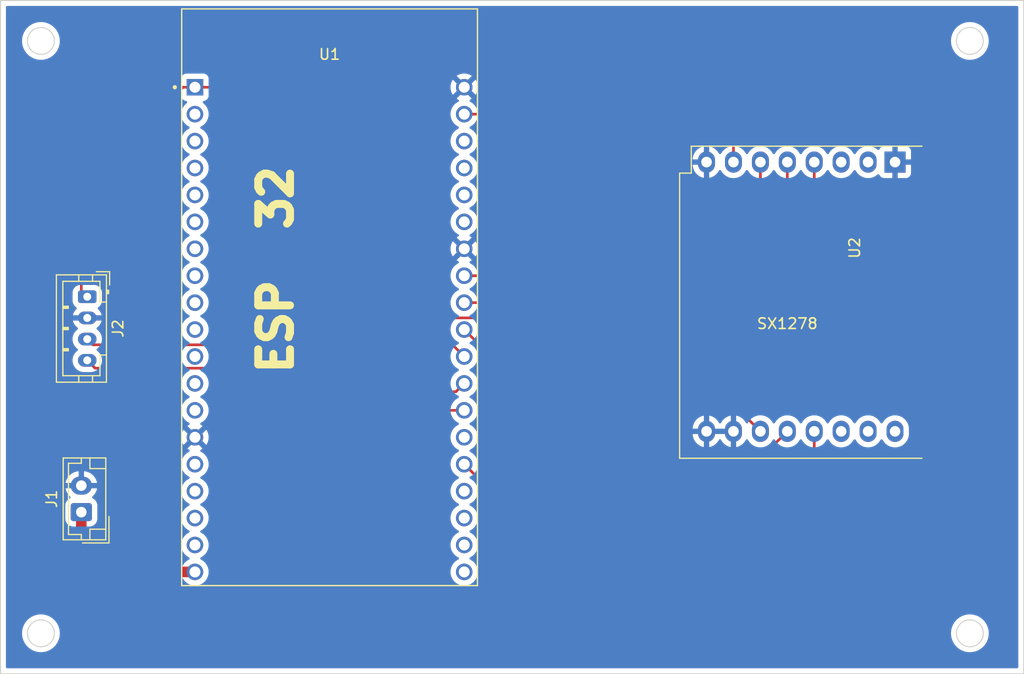
<source format=kicad_pcb>
(kicad_pcb (version 20211014) (generator pcbnew)
  (layers (0 "F.Cu" signal) (31 "B.Cu" signal) (34 "B.Paste" user) (35 "F.Paste" user) (36 "B.SilkS" user "B.Silkscreen") (37 "F.SilkS" user "F.Silkscreen") (38 "B.Mask" user) (39 "F.Mask" user) (44 "Edge.Cuts" user))
  (net 0 "")
  (net 1 "Net-(J2-Pad1)")
  (net 2 "GND")
  (net 3 "Net-(J2-Pad3)")
  (net 4 "Net-(J2-Pad4)")
  (net 35 "Net-(J1-Pad1)")
  (net 36 "Net-(U1-PadJ3-2)")
  (net 37 "Net-(U1-PadJ3-8)")
  (net 38 "Net-(U1-PadJ3-9)")
  (net 39 "Net-(U1-PadJ3-10)")
  (net 40 "Net-(U1-PadJ3-13)")
  (net 41 "Net-(U1-PadJ3-15)")
  (footprint "Connector_JST:JST_EH_B2B-EH-A_1x02_P2.50mm_Vertical" (layer "F.Cu") (at 78.74 81.28 90)
    (fp_text reference "J1" (at 1.25 -2.8 90) (layer "F.SilkS"))
    (fp_text value "Conn_01x02_Female")
    (fp_line (start 4.61 -1.21) (end 4.61 0) (layer "F.SilkS") (width 0.12))
    (fp_line (start 4.11 0.81) (end 4.11 2.31) (layer "F.SilkS") (width 0.12))
    (fp_line (start 5.11 0.81) (end 4.11 0.81) (layer "F.SilkS") (width 0.12))
    (fp_line (start -2.91 0.11) (end -2.91 2.61) (layer "F.SilkS") (width 0.12))
    (fp_line (start -2.61 2.31) (end 5.11 2.31) (layer "F.SilkS") (width 0.12))
    (fp_line (start 4.61 0) (end 5.11 0) (layer "F.SilkS") (width 0.12))
    (fp_line (start -2.91 2.61) (end -0.41 2.61) (layer "F.SilkS") (width 0.12))
    (fp_line (start -2.11 -1.21) (end 4.61 -1.21) (layer "F.SilkS") (width 0.12))
    (fp_line (start -2.11 0) (end -2.11 -1.21) (layer "F.SilkS") (width 0.12))
    (fp_line (start 5.11 -1.71) (end -2.61 -1.71) (layer "F.SilkS") (width 0.12))
    (fp_line (start -2.61 0.81) (end -1.61 0.81) (layer "F.SilkS") (width 0.12))
    (fp_line (start -2.61 -1.71) (end -2.61 2.31) (layer "F.SilkS") (width 0.12))
    (fp_line (start -2.61 0) (end -2.11 0) (layer "F.SilkS") (width 0.12))
    (fp_line (start -1.61 0.81) (end -1.61 2.31) (layer "F.SilkS") (width 0.12))
    (fp_line (start 5.11 2.31) (end 5.11 -1.71) (layer "F.SilkS") (width 0.12))
    (pad "1" thru_hole roundrect (at 0 0 90) (size 1.7 2) (drill 1) (layers *.Cu *.Mask) (roundrect_rratio 0.147059) (net 35 "Net-(J1-Pad1)"))
    (pad "2" thru_hole oval (at 2.5 0 90) (size 1.7 2) (drill 1) (layers *.Cu *.Mask) (net 2 "GND"))
  )
  (footprint "Connector_JST:JST_PH_B4B-PH-K_1x04_P2.00mm_Vertical" (layer "F.Cu") (at 79.3 60.96 -90)
    (fp_text reference "J2" (at 3 -2.9 90) (layer "F.SilkS"))
    (fp_text value "Conn_01x04_Female")
    (fp_line (start 0.5 -1.81) (end 0.5 -1.2) (layer "F.SilkS") (width 0.12))
    (fp_line (start -1.45 -1.2) (end -1.45 2.3) (layer "F.SilkS") (width 0.12))
    (fp_line (start -2.36 -2.11) (end -2.36 -0.86) (layer "F.SilkS") (width 0.12))
    (fp_line (start 8.06 -1.81) (end -2.06 -1.81) (layer "F.SilkS") (width 0.12))
    (fp_line (start 8.06 0.8) (end 7.45 0.8) (layer "F.SilkS") (width 0.12))
    (fp_line (start -2.06 -0.5) (end -1.45 -0.5) (layer "F.SilkS") (width 0.12))
    (fp_line (start -2.06 0.8) (end -1.45 0.8) (layer "F.SilkS") (width 0.12))
    (fp_line (start 5.5 -1.2) (end 5.5 -1.81) (layer "F.SilkS") (width 0.12))
    (fp_line (start -0.3 -1.81) (end -0.3 -2.01) (layer "F.SilkS") (width 0.12))
    (fp_line (start 4.9 2.3) (end 4.9 1.8) (layer "F.SilkS") (width 0.12))
    (fp_line (start -2.06 2.91) (end 8.06 2.91) (layer "F.SilkS") (width 0.12))
    (fp_line (start 4.9 1.8) (end 5.1 1.8) (layer "F.SilkS") (width 0.12))
    (fp_line (start 3 2.3) (end 3 1.8) (layer "F.SilkS") (width 0.12))
    (fp_line (start 8.06 -0.5) (end 7.45 -0.5) (layer "F.SilkS") (width 0.12))
    (fp_line (start 7.45 -1.2) (end 5.5 -1.2) (layer "F.SilkS") (width 0.12))
    (fp_line (start 1.1 1.8) (end 1.1 2.3) (layer "F.SilkS") (width 0.12))
    (fp_line (start 0.9 1.8) (end 1.1 1.8) (layer "F.SilkS") (width 0.12))
    (fp_line (start 0.9 2.3) (end 0.9 1.8) (layer "F.SilkS") (width 0.12))
    (fp_line (start 5.1 1.8) (end 5.1 2.3) (layer "F.SilkS") (width 0.12))
    (fp_line (start 2.9 2.3) (end 2.9 1.8) (layer "F.SilkS") (width 0.12))
    (fp_line (start 8.06 2.91) (end 8.06 -1.81) (layer "F.SilkS") (width 0.12))
    (fp_line (start -1.45 2.3) (end 7.45 2.3) (layer "F.SilkS") (width 0.12))
    (fp_line (start 3.1 1.8) (end 3.1 2.3) (layer "F.SilkS") (width 0.12))
    (fp_line (start -2.06 -1.81) (end -2.06 2.91) (layer "F.SilkS") (width 0.12))
    (fp_line (start 7.45 2.3) (end 7.45 -1.2) (layer "F.SilkS") (width 0.12))
    (fp_line (start -0.3 -1.91) (end -0.6 -1.91) (layer "F.SilkS") (width 0.12))
    (fp_line (start -0.6 -2.01) (end -0.6 -1.81) (layer "F.SilkS") (width 0.12))
    (fp_line (start 5 2.3) (end 5 1.8) (layer "F.SilkS") (width 0.12))
    (fp_line (start 0.5 -1.2) (end -1.45 -1.2) (layer "F.SilkS") (width 0.12))
    (fp_line (start -0.3 -2.01) (end -0.6 -2.01) (layer "F.SilkS") (width 0.12))
    (fp_line (start -1.11 -2.11) (end -2.36 -2.11) (layer "F.SilkS") (width 0.12))
    (fp_line (start 2.9 1.8) (end 3.1 1.8) (layer "F.SilkS") (width 0.12))
    (fp_line (start 1 2.3) (end 1 1.8) (layer "F.SilkS") (width 0.12))
    (pad "1" thru_hole roundrect (at 0 0 270) (size 1.2 1.75) (drill 0.75) (layers *.Cu *.Mask) (roundrect_rratio 0.208333) (net 1 "Net-(J2-Pad1)"))
    (pad "2" thru_hole oval (at 2 0 270) (size 1.2 1.75) (drill 0.75) (layers *.Cu *.Mask) (net 2 "GND"))
    (pad "3" thru_hole oval (at 4 0 270) (size 1.2 1.75) (drill 0.75) (layers *.Cu *.Mask) (net 3 "Net-(J2-Pad3)"))
    (pad "4" thru_hole oval (at 6 0 270) (size 1.2 1.75) (drill 0.75) (layers *.Cu *.Mask) (net 4 "Net-(J2-Pad4)"))
  )
  (footprint "Module:SX1276 Module" (layer "F.Cu") (at 155.5 48.26 -90)
    (fp_text reference "U2" (at 8.0975 3.81 90) (layer "F.SilkS"))
    (fp_text value "SX1278")
    (fp_line (start -1.5 19.22) (end -1.5 -2.54) (layer "F.SilkS") (width 0.12))
    (fp_line (start -1.5 19.22) (end 1.04 19.22) (layer "F.SilkS") (width 0.12))
    (fp_line (start 1.04 20.32) (end 27.94 20.32) (layer "F.SilkS") (width 0.12))
    (fp_line (start 1.04 19.22) (end 1.04 20.32) (layer "F.SilkS") (width 0.12))
    (fp_line (start 27.94 20.32) (end 27.94 -2.54) (layer "F.SilkS") (width 0.12))
    (pad "2" thru_hole oval (at 25.4 15.24 270) (size 2 1.6) (drill 1) (layers *.Cu *.Mask) (net 2 "GND"))
    (pad "4" thru_hole oval (at 25.4 17.78 270) (size 2 1.6) (drill 1) (layers *.Cu *.Mask) (net 2 "GND"))
    (pad "7" thru_hole oval (at 25.4 10.16 270) (size 2 1.6) (drill 1) (layers *.Cu *.Mask) (net 39 "Net-(U1-PadJ3-10)"))
    (pad "8" thru_hole oval (at 25.4 7.62 270) (size 2 1.6) (drill 1) (layers *.Cu *.Mask) (net 41 "Net-(U1-PadJ3-15)"))
    (pad "9" thru_hole oval (at 25.4 5.08 270) (size 2 1.6) (drill 1) (layers *.Cu *.Mask))
    (pad "10" thru_hole oval (at 25.4 2.54 270) (size 2 1.6) (drill 1) (layers *.Cu *.Mask))
    (pad "11" thru_hole oval (at 25.4 0 270) (size 2 1.6) (drill 1) (layers *.Cu *.Mask))
    (pad "12" thru_hole oval (at 0 2.54 270) (size 2 1.6) (drill 1) (layers *.Cu *.Mask))
    (pad "13" thru_hole oval (at 0 5.08 270) (size 2 1.6) (drill 1) (layers *.Cu *.Mask))
    (pad "14" thru_hole oval (at 25.4 12.7 270) (size 2 1.6) (drill 1) (layers *.Cu *.Mask) (net 1 "Net-(J2-Pad1)"))
    (pad "15" thru_hole oval (at 0 17.78 270) (size 2 1.6) (drill 1) (layers *.Cu *.Mask) (net 2 "GND"))
    (pad "15" thru_hole rect (at 0 0 270) (size 2 2) (drill 1) (layers *.Cu *.Mask) (net 2 "GND"))
    (pad "16" thru_hole oval (at 0 7.62 270) (size 2 1.6) (drill 1) (layers *.Cu *.Mask) (net 38 "Net-(U1-PadJ3-9)"))
    (pad "17" thru_hole oval (at 0 10.16 270) (size 2 1.6) (drill 1) (layers *.Cu *.Mask) (net 37 "Net-(U1-PadJ3-8)"))
    (pad "18" thru_hole oval (at 0 12.7 270) (size 2 1.6) (drill 1) (layers *.Cu *.Mask) (net 36 "Net-(U1-PadJ3-2)"))
    (pad "19" thru_hole oval (at 0 15.24 270) (size 2 1.6) (drill 1) (layers *.Cu *.Mask) (net 40 "Net-(U1-PadJ3-13)"))
  )
  (footprint "ESP32-DEVKITC-32D:MODULE_ESP32-DEVKITC-32D" (layer "F.Cu") (at 102.16 60.96)
    (fp_text reference "U1" (at 0 -22.86) (layer "F.SilkS") (effects (font (size 1.000386 1.000386))))
    (fp_text value "ESP32-DEVKITC-32D")
    (fp_line (start 13.95 27.25) (end -13.95 27.25) (layer "F.SilkS") (width 0.127))
    (fp_line (start 13.95 -27.15) (end 13.95 27.25) (layer "F.SilkS") (width 0.127))
    (fp_line (start -13.95 27.25) (end -13.95 -27.15) (layer "F.SilkS") (width 0.127))
    (fp_line (start -13.95 -27.15) (end 13.95 -27.15) (layer "F.SilkS") (width 0.127))
    (fp_circle (center -14.6 -19.76) (end -14.5 -19.76) (layer "F.SilkS") (width 0.2) (fill none))
    (pad "J2-1" thru_hole rect locked (at -12.7 -19.76) (size 1.56 1.56) (drill 1.04) (layers *.Cu *.Mask) (net 1 "Net-(J2-Pad1)"))
    (pad "J2-2" thru_hole circle locked (at -12.7 -17.22) (size 1.56 1.56) (drill 1.04) (layers *.Cu *.Mask))
    (pad "J2-3" thru_hole circle locked (at -12.7 -14.68) (size 1.56 1.56) (drill 1.04) (layers *.Cu *.Mask))
    (pad "J2-4" thru_hole circle locked (at -12.7 -12.14) (size 1.56 1.56) (drill 1.04) (layers *.Cu *.Mask))
    (pad "J2-5" thru_hole circle locked (at -12.7 -9.6) (size 1.56 1.56) (drill 1.04) (layers *.Cu *.Mask))
    (pad "J2-6" thru_hole circle locked (at -12.7 -7.06) (size 1.56 1.56) (drill 1.04) (layers *.Cu *.Mask))
    (pad "J2-7" thru_hole circle locked (at -12.7 -4.52) (size 1.56 1.56) (drill 1.04) (layers *.Cu *.Mask))
    (pad "J2-8" thru_hole circle locked (at -12.7 -1.98) (size 1.56 1.56) (drill 1.04) (layers *.Cu *.Mask))
    (pad "J2-9" thru_hole circle locked (at -12.7 0.56) (size 1.56 1.56) (drill 1.04) (layers *.Cu *.Mask))
    (pad "J2-10" thru_hole circle locked (at -12.7 3.1) (size 1.56 1.56) (drill 1.04) (layers *.Cu *.Mask))
    (pad "J2-11" thru_hole circle locked (at -12.7 5.64) (size 1.56 1.56) (drill 1.04) (layers *.Cu *.Mask))
    (pad "J2-12" thru_hole circle locked (at -12.7 8.18) (size 1.56 1.56) (drill 1.04) (layers *.Cu *.Mask))
    (pad "J2-13" thru_hole circle locked (at -12.7 10.72) (size 1.56 1.56) (drill 1.04) (layers *.Cu *.Mask))
    (pad "J2-14" thru_hole circle locked (at -12.7 13.26) (size 1.56 1.56) (drill 1.04) (layers *.Cu *.Mask) (net 2 "GND"))
    (pad "J2-15" thru_hole circle locked (at -12.7 15.8) (size 1.56 1.56) (drill 1.04) (layers *.Cu *.Mask))
    (pad "J2-16" thru_hole circle locked (at -12.7 18.34) (size 1.56 1.56) (drill 1.04) (layers *.Cu *.Mask))
    (pad "J2-17" thru_hole circle locked (at -12.7 20.88) (size 1.56 1.56) (drill 1.04) (layers *.Cu *.Mask))
    (pad "J2-18" thru_hole circle locked (at -12.7 23.42) (size 1.56 1.56) (drill 1.04) (layers *.Cu *.Mask))
    (pad "J2-19" thru_hole circle locked (at -12.7 25.96) (size 1.56 1.56) (drill 1.04) (layers *.Cu *.Mask) (net 35 "Net-(J1-Pad1)"))
    (pad "J3-1" thru_hole circle locked (at 12.7 -19.76) (size 1.56 1.56) (drill 1.04) (layers *.Cu *.Mask) (net 2 "GND"))
    (pad "J3-2" thru_hole circle locked (at 12.7 -17.22) (size 1.56 1.56) (drill 1.04) (layers *.Cu *.Mask) (net 36 "Net-(U1-PadJ3-2)"))
    (pad "J3-3" thru_hole circle locked (at 12.7 -14.68) (size 1.56 1.56) (drill 1.04) (layers *.Cu *.Mask))
    (pad "J3-4" thru_hole circle locked (at 12.7 -12.14) (size 1.56 1.56) (drill 1.04) (layers *.Cu *.Mask))
    (pad "J3-5" thru_hole circle locked (at 12.7 -9.6) (size 1.56 1.56) (drill 1.04) (layers *.Cu *.Mask))
    (pad "J3-6" thru_hole circle locked (at 12.7 -7.06) (size 1.56 1.56) (drill 1.04) (layers *.Cu *.Mask))
    (pad "J3-7" thru_hole circle locked (at 12.7 -4.52) (size 1.56 1.56) (drill 1.04) (layers *.Cu *.Mask) (net 2 "GND"))
    (pad "J3-8" thru_hole circle locked (at 12.7 -1.98) (size 1.56 1.56) (drill 1.04) (layers *.Cu *.Mask) (net 37 "Net-(U1-PadJ3-8)"))
    (pad "J3-9" thru_hole circle locked (at 12.7 0.56) (size 1.56 1.56) (drill 1.04) (layers *.Cu *.Mask) (net 38 "Net-(U1-PadJ3-9)"))
    (pad "J3-10" thru_hole circle locked (at 12.7 3.1) (size 1.56 1.56) (drill 1.04) (layers *.Cu *.Mask) (net 39 "Net-(U1-PadJ3-10)"))
    (pad "J3-11" thru_hole circle locked (at 12.7 5.64) (size 1.56 1.56) (drill 1.04) (layers *.Cu *.Mask) (net 3 "Net-(J2-Pad3)"))
    (pad "J3-12" thru_hole circle locked (at 12.7 8.18) (size 1.56 1.56) (drill 1.04) (layers *.Cu *.Mask) (net 4 "Net-(J2-Pad4)"))
    (pad "J3-13" thru_hole circle locked (at 12.7 10.72) (size 1.56 1.56) (drill 1.04) (layers *.Cu *.Mask) (net 40 "Net-(U1-PadJ3-13)"))
    (pad "J3-14" thru_hole circle locked (at 12.7 13.26) (size 1.56 1.56) (drill 1.04) (layers *.Cu *.Mask))
    (pad "J3-15" thru_hole circle locked (at 12.7 15.8) (size 1.56 1.56) (drill 1.04) (layers *.Cu *.Mask) (net 41 "Net-(U1-PadJ3-15)"))
    (pad "J3-16" thru_hole circle locked (at 12.7 18.34) (size 1.56 1.56) (drill 1.04) (layers *.Cu *.Mask))
    (pad "J3-17" thru_hole circle locked (at 12.7 20.88) (size 1.56 1.56) (drill 1.04) (layers *.Cu *.Mask))
    (pad "J3-18" thru_hole circle locked (at 12.7 23.42) (size 1.56 1.56) (drill 1.04) (layers *.Cu *.Mask))
    (pad "J3-19" thru_hole circle locked (at 12.7 25.96) (size 1.56 1.56) (drill 1.04) (layers *.Cu *.Mask))
  )
  (gr_rect (start 71.12 33.02) (end 167.64 96.52) (layer "Edge.Cuts") (width 0.1) (fill none))
  (gr_circle (center 162.56 92.71) (end 162.56 93.98) (layer "Edge.Cuts") (width 0.1) (fill none))
  (gr_circle (center 74.93 92.71) (end 74.93 93.98) (layer "Edge.Cuts") (width 0.1) (fill none))
  (gr_circle (center 74.93 36.83) (end 74.93 38.1) (layer "Edge.Cuts") (width 0.1) (fill none))
  (gr_circle (center 162.56 36.83) (end 162.56 38.1) (layer "Edge.Cuts") (width 0.1) (fill none))
  (gr_text "ESP	 32" (at 97.08 58.42 90) (layer "F.SilkS") (effects (font (size 3 3) (thickness 0.75))))
  (gr_text "SX1278" (at 145.34 63.5) (layer "F.SilkS") (effects (font (size 1 1))))
  (segment (start 88.34 41.2) (end 89.46 41.2) (width 0.25) (layer "F.Cu") (net 1))
  (segment (start 101.6 43.18) (end 99.62 41.2) (width 0.25) (layer "F.Cu") (net 1))
  (segment (start 132.095 62.955) (end 113.755 62.955) (width 0.25) (layer "F.Cu") (net 1))
  (segment (start 78.74 50.8) (end 88.34 41.2) (width 0.25) (layer "F.Cu") (net 1))
  (segment (start 99.62 41.2) (end 89.46 41.2) (width 0.25) (layer "F.Cu") (net 1))
  (segment (start 79.3 60.96) (end 78.74 60.4) (width 0.25) (layer "F.Cu") (net 1))
  (segment (start 142.8 73.66) (end 132.095 62.955) (width 0.25) (layer "F.Cu") (net 1))
  (segment (start 78.74 60.4) (end 78.74 50.8) (width 0.25) (layer "F.Cu") (net 1))
  (segment (start 101.6 50.8) (end 101.6 43.18) (width 0.25) (layer "F.Cu") (net 1))
  (segment (start 113.755 62.955) (end 101.6 50.8) (width 0.25) (layer "F.Cu") (net 1))
  (segment (start 76.2 78.78) (end 76.2 78.74) (width 0.25) (layer "F.Cu") (net 2))
  (segment (start 79.835 65.495) (end 79.3 64.96) (width 0.25) (layer "F.Cu") (net 3))
  (segment (start 113.755 65.495) (end 79.835 65.495) (width 0.25) (layer "F.Cu") (net 3))
  (segment (start 114.86 66.6) (end 113.755 65.495) (width 0.25) (layer "F.Cu") (net 3))
  (segment (start 80.045 67.705) (end 103.265 67.705) (width 0.25) (layer "F.Cu") (net 4))
  (segment (start 114.078647 69.921353) (end 114.86 69.14) (width 0.25) (layer "F.Cu") (net 4))
  (segment (start 103.265 67.705) (end 105.481353 69.921353) (width 0.25) (layer "F.Cu") (net 4))
  (segment (start 105.481353 69.921353) (end 114.078647 69.921353) (width 0.25) (layer "F.Cu") (net 4))
  (segment (start 79.3 66.96) (end 80.045 67.705) (width 0.25) (layer "F.Cu") (net 4))
  (segment (start 78.74 83.82) (end 81.84 86.92) (width 1) (layer "F.Cu") (net 35))
  (segment (start 78.74 81.28) (end 78.74 83.82) (width 1) (layer "F.Cu") (net 35))
  (segment (start 81.84 86.92) (end 89.46 86.92) (width 1) (layer "F.Cu") (net 35))
  (segment (start 114.86 43.74) (end 119.94 43.74) (width 0.25) (layer "F.Cu") (net 36))
  (segment (start 119.94 43.74) (end 129.54 53.34) (width 0.25) (layer "F.Cu") (net 36))
  (segment (start 129.54 53.34) (end 142.24 53.34) (width 0.25) (layer "F.Cu") (net 36))
  (segment (start 142.8 52.78) (end 142.8 48.26) (width 0.25) (layer "F.Cu") (net 36))
  (segment (start 142.24 53.34) (end 142.8 52.78) (width 0.25) (layer "F.Cu") (net 36))
  (segment (start 145.34 57.86) (end 145.34 48.26) (width 0.25) (layer "F.Cu") (net 37))
  (segment (start 114.86 58.98) (end 144.22 58.98) (width 0.25) (layer "F.Cu") (net 37))
  (segment (start 144.22 58.98) (end 145.34 57.86) (width 0.25) (layer "F.Cu") (net 37))
  (segment (start 144.22 61.52) (end 147.88 57.86) (width 0.25) (layer "F.Cu") (net 38))
  (segment (start 147.88 57.86) (end 147.88 48.26) (width 0.25) (layer "F.Cu") (net 38))
  (segment (start 114.86 61.52) (end 144.22 61.52) (width 0.25) (layer "F.Cu") (net 38))
  (segment (start 142.8 76.2) (end 127 76.2) (width 0.25) (layer "F.Cu") (net 39))
  (segment (start 127 76.2) (end 114.86 64.06) (width 0.25) (layer "F.Cu") (net 39))
  (segment (start 145.34 73.66) (end 142.8 76.2) (width 0.25) (layer "F.Cu") (net 39))
  (segment (start 104.14 78.74) (end 111.2 71.68) (width 0.25) (layer "F.Cu") (net 40))
  (segment (start 111.2 71.68) (end 114.86 71.68) (width 0.25) (layer "F.Cu") (net 40))
  (segment (start 140.26 45.16) (end 142.24 43.18) (width 0.25) (layer "F.Cu") (net 40))
  (segment (start 140.26 48.26) (end 140.26 45.16) (width 0.25) (layer "F.Cu") (net 40))
  (segment (start 142.24 43.18) (end 160.02 43.18) (width 0.25) (layer "F.Cu") (net 40))
  (segment (start 104.14 88.9) (end 104.14 78.74) (width 0.25) (layer "F.Cu") (net 40))
  (segment (start 109.22 93.98) (end 104.14 88.9) (width 0.25) (layer "F.Cu") (net 40))
  (segment (start 160.02 43.18) (end 162.56 45.72) (width 0.25) (layer "F.Cu") (net 40))
  (segment (start 144.78 93.98) (end 109.22 93.98) (width 0.25) (layer "F.Cu") (net 40))
  (segment (start 162.56 76.2) (end 144.78 93.98) (width 0.25) (layer "F.Cu") (net 40))
  (segment (start 162.56 45.72) (end 162.56 76.2) (width 0.25) (layer "F.Cu") (net 40))
  (segment (start 145.34 78.74) (end 147.88 76.2) (width 0.25) (layer "F.Cu") (net 41))
  (segment (start 116.84 78.74) (end 145.34 78.74) (width 0.25) (layer "F.Cu") (net 41))
  (segment (start 147.88 76.2) (end 147.88 73.66) (width 0.25) (layer "F.Cu") (net 41))
  (segment (start 114.86 76.76) (end 116.84 78.74) (width 0.25) (layer "F.Cu") (net 41))
  (zone (net 2) (net_name "GND") (layer "B.Cu") (connect_pads (clearance 0.508)) (min_thickness 0.254) (fill yes (thermal_gap 0.508) (thermal_bridge_width 0.508))
    (polygon (pts (xy 167.64 96.52) (xy 71.12 96.52) (xy 71.12 33.02) (xy 167.64 33.02)))
  )
)
</source>
